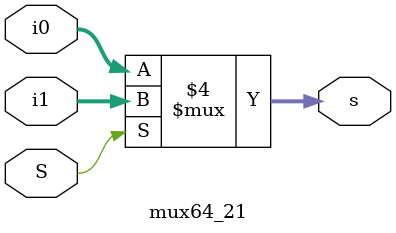
<source format=v>
`timescale 1ns / 1ps
module mux64_21(
    input [63:0] i0,
    input [63:0] i1,
    input wire S,
    output reg[63:0] s
    );
    
always @* begin
    if (S==1'b1)
    s<=i1;
    else
    s<=i0;
end

endmodule

</source>
